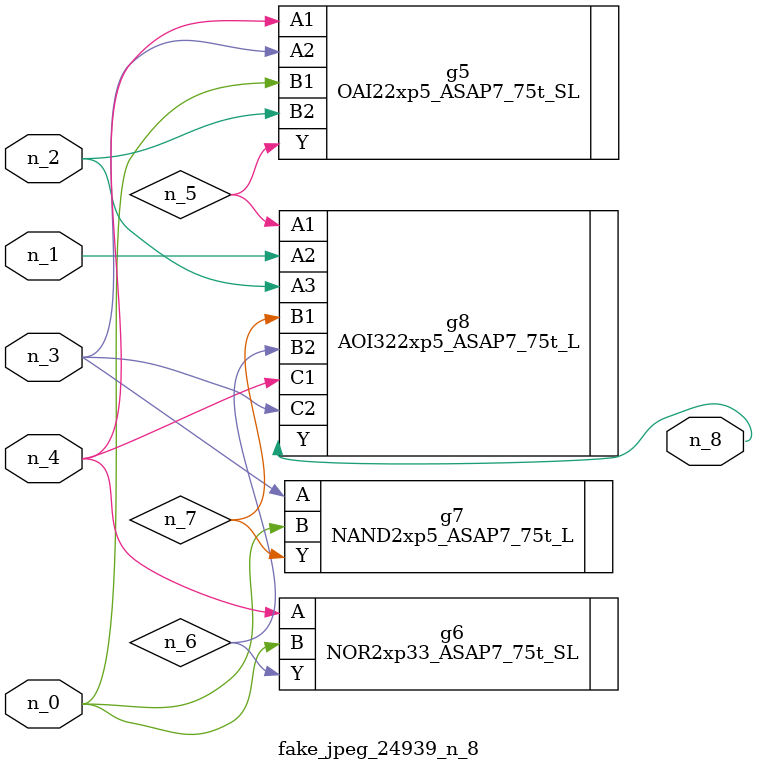
<source format=v>
module fake_jpeg_24939_n_8 (n_3, n_2, n_1, n_0, n_4, n_8);

input n_3;
input n_2;
input n_1;
input n_0;
input n_4;

output n_8;

wire n_6;
wire n_5;
wire n_7;

OAI22xp5_ASAP7_75t_SL g5 ( 
.A1(n_4),
.A2(n_3),
.B1(n_0),
.B2(n_2),
.Y(n_5)
);

NOR2xp33_ASAP7_75t_SL g6 ( 
.A(n_4),
.B(n_0),
.Y(n_6)
);

NAND2xp5_ASAP7_75t_L g7 ( 
.A(n_3),
.B(n_0),
.Y(n_7)
);

AOI322xp5_ASAP7_75t_L g8 ( 
.A1(n_5),
.A2(n_1),
.A3(n_2),
.B1(n_7),
.B2(n_6),
.C1(n_4),
.C2(n_3),
.Y(n_8)
);


endmodule
</source>
